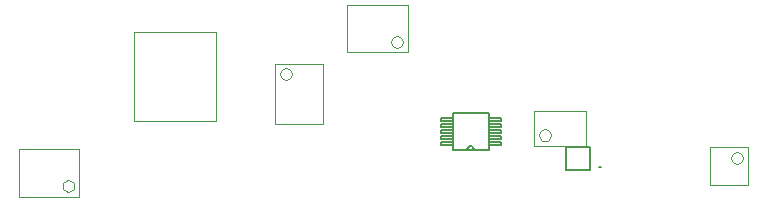
<source format=gbr>
G04*
G04 #@! TF.GenerationSoftware,Altium Limited,Altium Designer,24.1.2 (44)*
G04*
G04 Layer_Color=16711935*
%FSLAX44Y44*%
%MOMM*%
G71*
G04*
G04 #@! TF.SameCoordinates,32799FE6-DD90-4EFC-9ADB-317E97FF397D*
G04*
G04*
G04 #@! TF.FilePolarity,Positive*
G04*
G01*
G75*
%ADD10C,0.2000*%
%ADD14C,0.1000*%
%ADD15C,0.1524*%
%ADD96C,0.1270*%
D10*
X639600Y71001D02*
X637600D01*
X639600D01*
D14*
X193400Y54700D02*
X192730Y57200D01*
X190900Y59030D01*
X188400Y59700D01*
X185900Y59030D01*
X184070Y57200D01*
X183400Y54700D01*
X184070Y52200D01*
X185900Y50370D01*
X188400Y49700D01*
X190900Y50370D01*
X192730Y52200D01*
X193400Y54700D01*
X471500Y176900D02*
X470830Y179400D01*
X469000Y181230D01*
X466500Y181900D01*
X464000Y181230D01*
X462170Y179400D01*
X461500Y176900D01*
X462170Y174400D01*
X464000Y172570D01*
X466500Y171900D01*
X469000Y172570D01*
X470830Y174400D01*
X471500Y176900D01*
X377500Y149180D02*
X376830Y151680D01*
X375000Y153510D01*
X372500Y154180D01*
X370000Y153510D01*
X368170Y151680D01*
X367500Y149180D01*
X368170Y146680D01*
X370000Y144850D01*
X372500Y144180D01*
X375000Y144850D01*
X376830Y146680D01*
X377500Y149180D01*
X759700Y78500D02*
X759030Y81000D01*
X757200Y82830D01*
X754700Y83500D01*
X752200Y82830D01*
X750370Y81000D01*
X749700Y78500D01*
X750370Y76000D01*
X752200Y74170D01*
X754700Y73500D01*
X757200Y74170D01*
X759030Y76000D01*
X759700Y78500D01*
X596700Y97500D02*
X596030Y100000D01*
X594200Y101830D01*
X591700Y102500D01*
X589200Y101830D01*
X587370Y100000D01*
X586700Y97500D01*
X587370Y95000D01*
X589200Y93170D01*
X591700Y92500D01*
X594200Y93170D01*
X596030Y95000D01*
X596700Y97500D01*
X146400Y45700D02*
Y85700D01*
X197400Y45700D02*
Y85700D01*
X146400D02*
X197400D01*
X146400Y45700D02*
X197400D01*
X424500Y167900D02*
Y207900D01*
X475500Y167900D02*
Y207900D01*
X424500D02*
X475500D01*
X424500Y167900D02*
X475500D01*
X363500Y107180D02*
X403500D01*
X363500Y158180D02*
X403500D01*
Y107180D02*
Y158180D01*
X363500Y107180D02*
Y158180D01*
X244300Y109380D02*
Y185380D01*
X313300Y109380D02*
Y185380D01*
X244300Y109380D02*
X313300D01*
X244300Y185380D02*
X313300D01*
X763700Y55500D02*
Y87500D01*
X731700Y55500D02*
Y87500D01*
X763700D01*
X731700Y55500D02*
X763700D01*
X582700Y118500D02*
X626700D01*
X582700Y88500D02*
X626700D01*
Y118500D01*
X582700Y88500D02*
Y118500D01*
D15*
X532148Y85406D02*
X531255Y87561D01*
X529100Y88454D01*
X526945Y87561D01*
X526052Y85406D01*
X513606Y89470D02*
Y92264D01*
X503700Y89470D02*
X513606D01*
X503700D02*
Y92264D01*
X513606D01*
Y94550D02*
Y97344D01*
X503700Y94550D02*
X513606D01*
X503700D02*
Y97344D01*
X513606D01*
Y99376D02*
Y102424D01*
X503700Y99630D02*
X513606Y99376D01*
X503700Y99630D02*
Y102424D01*
X513606D01*
Y104456D02*
Y107250D01*
X503700Y104456D02*
X513606D01*
X503700D02*
Y107250D01*
X513606D01*
Y109536D02*
Y112330D01*
X503700Y109536D02*
X513606D01*
X503700D02*
Y112330D01*
X513606D01*
X544594Y109536D02*
Y112330D01*
X554500D01*
Y109536D02*
Y112330D01*
X544594Y109536D02*
X554500D01*
X544594Y104456D02*
Y107250D01*
X554500D01*
Y104456D02*
Y107250D01*
X544594Y104456D02*
X554500D01*
X544594Y99376D02*
Y102424D01*
X554500Y102170D01*
Y99376D02*
Y102170D01*
X544594Y99376D02*
X554500D01*
X544594Y94550D02*
Y97344D01*
X554500D01*
Y94550D02*
Y97344D01*
X544594Y94550D02*
X554500D01*
X544594Y89470D02*
Y92264D01*
X554500D01*
Y89470D02*
Y92264D01*
X544594Y89470D02*
X554500D01*
X513606Y116394D02*
X544594D01*
Y85406D02*
Y116394D01*
X532148Y85406D02*
X544594D01*
X526052D02*
X532148D01*
X513606D02*
X526052D01*
X513606D02*
Y116394D01*
D96*
X609600Y68001D02*
X629600D01*
X609600D02*
Y88001D01*
X629600D01*
Y68001D02*
Y88001D01*
M02*

</source>
